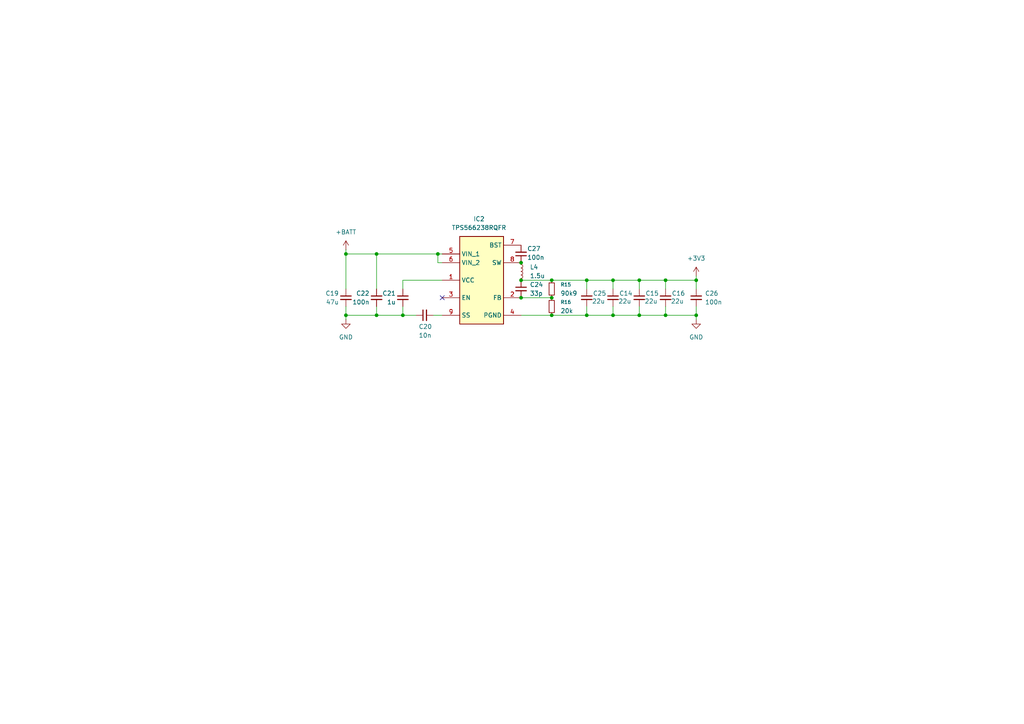
<source format=kicad_sch>
(kicad_sch (version 20250114) (generator "eeschema") (generator_version "9.0")
  (paper "A4")
  (lib_symbols
    (symbol "Device:C_Small" (pin_numbers (hide yes)) (pin_names (offset 0.254) (hide yes))
      (property "Reference" "C" (at 0.254 1.778 0))
      (property "Value" "C_Small" (at 0.254 -2.032 0))
      (symbol "C_Small_0_1"
        (polyline (pts (xy -1.524 0.508) (xy 1.524 0.508)) (stroke (width 0.3048)))
        (polyline (pts (xy -1.524 -0.508) (xy 1.524 -0.508)) (stroke (width 0.3302)))
      )
      (symbol "C_Small_1_1"
        (pin passive line (at 0 2.54 270) (length 2.032) (name "~") (number "1"))
        (pin passive line (at 0 -2.54 90) (length 2.032) (name "~") (number "2"))
      )
    )
    (symbol "Device:L_Small" (pin_numbers (hide yes)) (pin_names (offset 0.254) (hide yes))
      (property "Reference" "L" (at 0.762 1.016 0))
      (property "Value" "L_Small" (at 0.762 -1.016 0))
      (symbol "L_Small_0_1"
        (arc (start 0 2.032) (mid 0.5058 1.524) (end 0 1.016))
        (arc (start 0 1.016) (mid 0.5058 0.508) (end 0 0))
        (arc (start 0 0) (mid 0.5058 -0.508) (end 0 -1.016))
        (arc (start 0 -1.016) (mid 0.5058 -1.524) (end 0 -2.032))
      )
      (symbol "L_Small_1_1"
        (pin passive line (at 0 2.54 270) (length 0.508) (name "~") (number "1"))
        (pin passive line (at 0 -2.54 90) (length 0.508) (name "~") (number "2"))
      )
    )
    (symbol "Device:R_Small" (pin_numbers (hide yes)) (pin_names (offset 0.254) (hide yes))
      (property "Reference" "R" (at 0 0 90))
      (property "Value" "R_Small" (at 1.778 0 90))
      (symbol "R_Small_0_1"
        (rectangle (start -0.762 1.778) (end 0.762 -1.778) (stroke (width 0.2032)))
      )
      (symbol "R_Small_1_1"
        (pin passive line (at 0 2.54 270) (length 0.762) (name "~") (number "1"))
        (pin passive line (at 0 -2.54 90) (length 0.762) (name "~") (number "2"))
      )
    )
    (symbol "TPS566238RQFR:TPS566238RQFR"
      (property "Reference" "IC2" (at 15.24 7.62 0))
      (property "Value" "TPS566238RQFR" (at 15.24 5.08 0))
      (symbol "TPS566238RQFR_1_1"
        (rectangle (start 5.08 2.54) (end 17.78 -22.86) (stroke (width 0.254)) (fill (type background)))
        (pin passive line (at 0 -2.54 0) (length 5.08) (name "VIN_1") (number "5"))
        (pin passive line (at 0 -5.08 0) (length 5.08) (name "VIN_2") (number "6"))
        (pin passive line (at 0 -10.16 0) (length 5.08) (name "VCC") (number "1"))
        (pin passive line (at 0 -15.24 0) (length 5.08) (name "EN") (number "3"))
        (pin passive line (at 0 -20.32 0) (length 5.08) (name "SS") (number "9"))
        (pin passive line (at 22.86 0 180) (length 5.08) (name "BST") (number "7"))
        (pin passive line (at 22.86 -5.08 180) (length 5.08) (name "SW") (number "8"))
        (pin passive line (at 22.86 -15.24 180) (length 5.08) (name "FB") (number "2"))
        (pin passive line (at 22.86 -20.32 180) (length 5.08) (name "PGND") (number "4"))
      )
    )
    (symbol "power:+3V3" (power) (pin_numbers (hide yes)) (pin_names (offset 0) (hide yes))
      (property "Value" "+3V3" (at 0 3.556 0))
      (symbol "+3V3_0_1"
        (polyline (pts (xy -0.762 1.27) (xy 0 2.54)))
        (polyline (pts (xy 0 2.54) (xy 0.762 1.27)))
        (polyline (pts (xy 0 0) (xy 0 2.54)))
      )
      (symbol "+3V3_1_1"
        (pin power_in line (at 0 0 90) (length 0) (name "~") (number "1"))
      )
    )
    (symbol "power:+BATT" (power) (pin_numbers (hide yes)) (pin_names (offset 0) (hide yes))
      (property "Value" "+BATT" (at 0 3.556 0))
      (symbol "+BATT_0_1"
        (polyline (pts (xy -0.762 1.27) (xy 0 2.54)))
        (polyline (pts (xy 0 2.54) (xy 0.762 1.27)))
        (polyline (pts (xy 0 0) (xy 0 2.54)))
      )
      (symbol "+BATT_1_1"
        (pin power_in line (at 0 0 90) (length 0) (name "~") (number "1"))
      )
    )
    (symbol "power:GND" (power) (pin_numbers (hide yes)) (pin_names (offset 0) (hide yes))
      (property "Value" "GND" (at 0 -3.81 0))
      (symbol "GND_0_1"
        (polyline (pts (xy 0 0) (xy 0 -1.27) (xy 1.27 -1.27) (xy 0 -2.54) (xy -1.27 -1.27) (xy 0 -1.27)))
      )
      (symbol "GND_1_1"
        (pin power_in line (at 0 0 270) (length 0) (name "~") (number "1"))
      )
    )
  )
  (junction (at 100.33 91.44))
  (junction (at 151.13 76.2))
  (junction (at 109.22 73.66))
  (junction (at 160.02 91.44))
  (junction (at 160.02 81.28))
  (junction (at 201.93 81.28))
  (junction (at 193.04 91.44))
  (junction (at 170.18 91.44))
  (junction (at 151.13 86.36))
  (junction (at 170.18 81.28))
  (junction (at 109.22 91.44))
  (junction (at 100.33 73.66))
  (junction (at 185.42 81.28))
  (junction (at 127 73.66))
  (junction (at 201.93 91.44))
  (junction (at 177.8 81.28))
  (junction (at 151.13 81.28))
  (junction (at 193.04 81.28))
  (junction (at 160.02 86.36))
  (junction (at 177.8 91.44))
  (junction (at 185.42 91.44))
  (junction (at 116.84 91.44))
  (no_connect (at 128.27 86.36))
  (wire (pts (xy 109.22 73.66) (xy 109.22 83.82)))
  (wire (pts (xy 185.42 81.28) (xy 193.04 81.28)))
  (wire (pts (xy 193.04 81.28) (xy 193.04 83.82)))
  (wire (pts (xy 201.93 81.28) (xy 201.93 83.82)))
  (wire (pts (xy 193.04 81.28) (xy 201.93 81.28)))
  (wire (pts (xy 127 73.66) (xy 128.27 73.66)))
  (wire (pts (xy 151.13 81.28) (xy 160.02 81.28)))
  (wire (pts (xy 185.42 88.9) (xy 185.42 91.44)))
  (wire (pts (xy 177.8 81.28) (xy 177.8 83.82)))
  (wire (pts (xy 151.13 91.44) (xy 160.02 91.44)))
  (wire (pts (xy 170.18 91.44) (xy 160.02 91.44)))
  (wire (pts (xy 201.93 88.9) (xy 201.93 91.44)))
  (wire (pts (xy 177.8 91.44) (xy 185.42 91.44)))
  (wire (pts (xy 100.33 72.39) (xy 100.33 73.66)))
  (wire (pts (xy 170.18 81.28) (xy 170.18 83.82)))
  (wire (pts (xy 160.02 81.28) (xy 170.18 81.28)))
  (wire (pts (xy 170.18 88.9) (xy 170.18 91.44)))
  (wire (pts (xy 109.22 73.66) (xy 127 73.66)))
  (wire (pts (xy 177.8 88.9) (xy 177.8 91.44)))
  (wire (pts (xy 125.73 91.44) (xy 128.27 91.44)))
  (wire (pts (xy 151.13 86.36) (xy 160.02 86.36)))
  (wire (pts (xy 170.18 81.28) (xy 177.8 81.28)))
  (wire (pts (xy 177.8 81.28) (xy 185.42 81.28)))
  (wire (pts (xy 185.42 91.44) (xy 193.04 91.44)))
  (wire (pts (xy 201.93 91.44) (xy 201.93 92.71)))
  (wire (pts (xy 128.27 76.2) (xy 127 76.2)))
  (wire (pts (xy 100.33 73.66) (xy 100.33 83.82)))
  (wire (pts (xy 109.22 88.9) (xy 109.22 91.44)))
  (wire (pts (xy 100.33 91.44) (xy 109.22 91.44)))
  (wire (pts (xy 100.33 91.44) (xy 100.33 92.71)))
  (wire (pts (xy 193.04 88.9) (xy 193.04 91.44)))
  (wire (pts (xy 100.33 73.66) (xy 109.22 73.66)))
  (wire (pts (xy 201.93 80.01) (xy 201.93 81.28)))
  (wire (pts (xy 100.33 88.9) (xy 100.33 91.44)))
  (wire (pts (xy 116.84 88.9) (xy 116.84 91.44)))
  (wire (pts (xy 116.84 81.28) (xy 116.84 83.82)))
  (wire (pts (xy 170.18 91.44) (xy 177.8 91.44)))
  (wire (pts (xy 116.84 91.44) (xy 120.65 91.44)))
  (wire (pts (xy 109.22 91.44) (xy 116.84 91.44)))
  (wire (pts (xy 193.04 91.44) (xy 201.93 91.44)))
  (wire (pts (xy 127 76.2) (xy 127 73.66)))
  (wire (pts (xy 116.84 81.28) (xy 128.27 81.28)))
  (wire (pts (xy 185.42 81.28) (xy 185.42 83.82)))
  (symbol (lib_id "power:+3V3") (at 201.93 80.01 0) (unit 1)
    (property "Reference" "#PWR042" (effects (hide yes)))
    (property "Value" "+3V3" (at 201.93 74.93 0))
    (property "Description" "Power symbol creates a global label with name \"+3V3\"" (effects (hide yes)))
  )
  (symbol (lib_id "TPS566238RQFR:TPS566238RQFR") (at 128.27 71.12 0) (unit 1)
    (property "Reference" "IC2" (at 138.938 63.5 0))
    (property "Value" "TPS566238RQFR" (at 138.938 66.04 0))
    (property "Footprint" "TPS566238RQFR" (effects (hide yes)))
    (property "Datasheet" "https://www.ti.com/lit/ds/symlink/tps566238.pdf?ts=1674445033157&ref_url=https%253A%252F%252Fwww.ti.com%252Fproduct%252FTPS566238%252Fpart-details%252FTPS566238RQFR" (effects (hide yes)))
    (property "Description" "Switching Voltage Regulators 3-V to 18-V input, 6-A synchronous step-down regulator with forced continuous conduction mode 9-VQFN-HR -40 to 125" (effects (hide yes)))
    (property "Height" "1" (effects (hide yes)))
    (property "Mouser Part Number" "595-TPS566238RQFR" (effects (hide yes)))
    (property "Mouser Price/Stock" "https://www.mouser.co.uk/ProductDetail/Texas-Instruments/TPS566238RQFR?qs=stqOd1AaK7%252BIxOvIy4vX6A%3D%3D" (effects (hide yes)))
    (property "Manufacturer_Name" "Texas Instruments" (effects (hide yes)))
    (property "Manufacturer_Part_Number" "TPS566238RQFR" (effects (hide yes)))
  )
  (symbol (lib_id "power:+BATT") (at 100.33 72.39 0) (unit 1)
    (property "Reference" "#PWR038" (effects (hide yes)))
    (property "Value" "+BATT" (at 100.33 67.31 0))
    (property "Description" "Power symbol creates a global label with name \"+BATT\"" (effects (hide yes)))
  )
  (symbol (lib_id "Device:C_Small") (at 170.18 86.36 0) (unit 1)
    (property "Reference" "C25" (at 171.958 85.09 0) (effects (justify left)))
    (property "Value" "22u" (at 171.704 87.376 0) (effects (justify left)))
    (property "Footprint" "Capacitor_SMD:C_0603_1608Metric" (effects (hide yes)))
    (property "Description" "Unpolarized capacitor, small symbol" (effects (hide yes)))
  )
  (symbol (lib_id "Device:C_Small") (at 100.33 86.36 0) (mirror y) (unit 1)
    (property "Reference" "C19" (at 98.298 85.09 0) (effects (justify left)))
    (property "Value" "47u" (at 98.298 87.63 0) (effects (justify left)))
    (property "Footprint" "Capacitor_SMD:C_0603_1608Metric" (effects (hide yes)))
    (property "Description" "Unpolarized capacitor, small symbol" (effects (hide yes)))
  )
  (symbol (lib_id "Device:R_Small") (at 160.02 88.9 0) (unit 1)
    (property "Reference" "R16" (at 162.56 87.6299 0) (effects (font (size 1.016 1.016)) (justify left)))
    (property "Value" "20k" (at 162.56 90.1699 0) (effects (justify left)))
    (property "Footprint" "Resistor_SMD:R_0603_1608Metric" (effects (hide yes)))
    (property "Description" "Resistor, small symbol" (effects (hide yes)))
  )
  (symbol (lib_id "Device:C_Small") (at 201.93 86.36 0) (unit 1)
    (property "Reference" "C26" (at 204.47 85.0962 0) (effects (justify left)))
    (property "Value" "100n" (at 204.47 87.6362 0) (effects (justify left)))
    (property "Footprint" "Capacitor_SMD:C_0603_1608Metric" (effects (hide yes)))
    (property "Description" "Unpolarized capacitor, small symbol" (effects (hide yes)))
  )
  (symbol (lib_id "power:GND") (at 100.33 92.71 0) (unit 1)
    (property "Reference" "#PWR039" (effects (hide yes)))
    (property "Value" "GND" (at 100.33 97.79 0))
    (property "Description" "Power symbol creates a global label with name \"GND\" , ground" (effects (hide yes)))
  )
  (symbol (lib_id "Device:C_Small") (at 193.04 86.36 0) (unit 1)
    (property "Reference" "C16" (at 194.818 85.09 0) (effects (justify left)))
    (property "Value" "22u" (at 194.564 87.376 0) (effects (justify left)))
    (property "Footprint" "Capacitor_SMD:C_0603_1608Metric" (effects (hide yes)))
    (property "Description" "Unpolarized capacitor, small symbol" (effects (hide yes)))
  )
  (symbol (lib_id "Device:C_Small") (at 151.13 83.82 0) (unit 1)
    (property "Reference" "C24" (at 153.67 82.5562 0) (effects (justify left)))
    (property "Value" "33p" (at 153.67 85.0962 0) (effects (justify left)))
    (property "Footprint" "Capacitor_SMD:C_0603_1608Metric" (effects (hide yes)))
    (property "Description" "Unpolarized capacitor, small symbol" (effects (hide yes)))
  )
  (symbol (lib_id "Device:C_Small") (at 109.22 86.36 0) (mirror y) (unit 1)
    (property "Reference" "C22" (at 107.188 85.09 0) (effects (justify left)))
    (property "Value" "100n" (at 107.188 87.63 0) (effects (justify left)))
    (property "Footprint" "Capacitor_SMD:C_0603_1608Metric" (effects (hide yes)))
    (property "Description" "Unpolarized capacitor, small symbol" (effects (hide yes)))
  )
  (symbol (lib_id "Device:L_Small") (at 151.13 78.74 0) (unit 1)
    (property "Reference" "L4" (at 153.67 77.4699 0) (effects (justify left)))
    (property "Value" "1.5u" (at 153.67 80.0099 0) (effects (justify left)))
    (property "Footprint" "74438357015:74438357015" (effects (hide yes)))
    (property "Description" "Inductor, small symbol" (effects (hide yes)))
  )
  (symbol (lib_id "power:GND") (at 201.93 92.71 0) (unit 1)
    (property "Reference" "#PWR041" (effects (hide yes)))
    (property "Value" "GND" (at 201.93 97.79 0))
    (property "Description" "Power symbol creates a global label with name \"GND\" , ground" (effects (hide yes)))
  )
  (symbol (lib_id "Device:C_Small") (at 151.13 73.66 180) (unit 1)
    (property "Reference" "C27" (at 152.908 72.136 0) (effects (justify right)))
    (property "Value" "100n" (at 152.908 74.676 0) (effects (justify right)))
    (property "Footprint" "Capacitor_SMD:C_0603_1608Metric" (effects (hide yes)))
    (property "Description" "Unpolarized capacitor, small symbol" (effects (hide yes)))
  )
  (symbol (lib_id "Device:C_Small") (at 123.19 91.44 90) (mirror x) (unit 1)
    (property "Reference" "C20" (at 121.412 94.742 90) (effects (justify right)))
    (property "Value" "10n" (at 121.412 97.282 90) (effects (justify right)))
    (property "Footprint" "Capacitor_SMD:C_0603_1608Metric" (effects (hide yes)))
    (property "Description" "Unpolarized capacitor, small symbol" (effects (hide yes)))
  )
  (symbol (lib_id "Device:R_Small") (at 160.02 83.82 0) (unit 1)
    (property "Reference" "R15" (at 162.56 82.5499 0) (effects (font (size 1.016 1.016)) (justify left)))
    (property "Value" "90k9" (at 162.56 85.0899 0) (effects (justify left)))
    (property "Footprint" "Resistor_SMD:R_0603_1608Metric" (effects (hide yes)))
    (property "Description" "Resistor, small symbol" (effects (hide yes)))
  )
  (symbol (lib_id "Device:C_Small") (at 116.84 86.36 0) (mirror y) (unit 1)
    (property "Reference" "C21" (at 114.808 85.09 0) (effects (justify left)))
    (property "Value" "1u" (at 114.808 87.63 0) (effects (justify left)))
    (property "Footprint" "Capacitor_SMD:C_0603_1608Metric" (effects (hide yes)))
    (property "Description" "Unpolarized capacitor, small symbol" (effects (hide yes)))
  )
  (symbol (lib_id "Device:C_Small") (at 177.8 86.36 0) (unit 1)
    (property "Reference" "C14" (at 179.578 85.09 0) (effects (justify left)))
    (property "Value" "22u" (at 179.324 87.376 0) (effects (justify left)))
    (property "Footprint" "Capacitor_SMD:C_0603_1608Metric" (effects (hide yes)))
    (property "Description" "Unpolarized capacitor, small symbol" (effects (hide yes)))
  )
  (symbol (lib_id "Device:C_Small") (at 185.42 86.36 0) (unit 1)
    (property "Reference" "C15" (at 187.198 85.09 0) (effects (justify left)))
    (property "Value" "22u" (at 186.944 87.376 0) (effects (justify left)))
    (property "Footprint" "Capacitor_SMD:C_0603_1608Metric" (effects (hide yes)))
    (property "Description" "Unpolarized capacitor, small symbol" (effects (hide yes)))
  )
)
</source>
